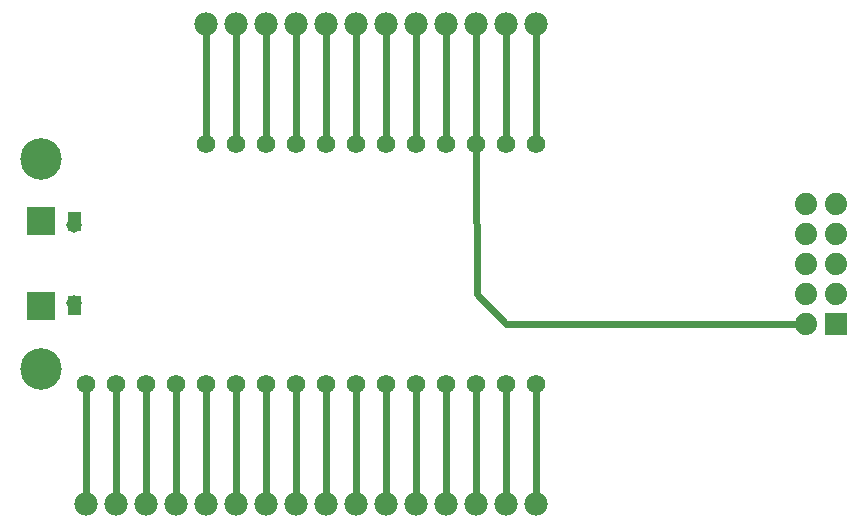
<source format=gtl>
G04 MADE WITH FRITZING*
G04 WWW.FRITZING.ORG*
G04 DOUBLE SIDED*
G04 HOLES PLATED*
G04 CONTOUR ON CENTER OF CONTOUR VECTOR*
%ASAXBY*%
%FSLAX23Y23*%
%MOIN*%
%OFA0B0*%
%SFA1.0B1.0*%
%ADD10C,0.138425*%
%ADD11C,0.095000*%
%ADD12C,0.051496*%
%ADD13C,0.062000*%
%ADD14C,0.074000*%
%ADD15C,0.078000*%
%ADD16R,0.095000X0.095000*%
%ADD17R,0.074000X0.074000*%
%ADD18C,0.024000*%
%ADD19R,0.001000X0.001000*%
%LNCOPPER1*%
G90*
G70*
G54D10*
X189Y600D03*
G54D11*
X189Y1092D03*
G54D12*
X299Y1080D03*
G54D13*
X1839Y550D03*
X1739Y550D03*
X1639Y550D03*
X1539Y550D03*
X1439Y550D03*
X1339Y550D03*
X1239Y550D03*
X1139Y550D03*
X1039Y550D03*
G54D10*
X189Y1300D03*
G54D13*
X939Y550D03*
X839Y550D03*
X739Y550D03*
X639Y550D03*
X539Y550D03*
X439Y550D03*
X339Y550D03*
X739Y1350D03*
X839Y1350D03*
X939Y1350D03*
X1039Y1350D03*
X1139Y1350D03*
X1239Y1350D03*
X1339Y1350D03*
X1439Y1350D03*
X1539Y1350D03*
X1639Y1350D03*
X1739Y1350D03*
X1839Y1350D03*
G54D12*
X299Y820D03*
G54D11*
X189Y809D03*
G54D14*
X2739Y750D03*
X2739Y850D03*
X2739Y950D03*
X2739Y1050D03*
X2739Y1150D03*
X2839Y750D03*
X2839Y850D03*
X2839Y950D03*
X2839Y1050D03*
X2839Y1150D03*
G54D15*
X1839Y1750D03*
X1739Y1750D03*
X1639Y1750D03*
X1539Y1750D03*
X1439Y1750D03*
X1339Y1750D03*
X1239Y1750D03*
X1139Y1750D03*
X1039Y1750D03*
X939Y1750D03*
X839Y1750D03*
X739Y1750D03*
X1839Y150D03*
X1739Y150D03*
X1639Y150D03*
X1539Y150D03*
X1439Y150D03*
X1339Y150D03*
X1239Y150D03*
X1139Y150D03*
X1039Y150D03*
X939Y150D03*
X839Y150D03*
X739Y150D03*
X639Y150D03*
X539Y150D03*
X439Y150D03*
X339Y150D03*
G54D16*
X189Y1092D03*
X189Y809D03*
G54D17*
X2839Y750D03*
G54D18*
X1639Y1322D02*
X1640Y849D01*
D02*
X1640Y849D02*
X1739Y750D01*
D02*
X1739Y750D02*
X2639Y750D01*
D02*
X2639Y750D02*
X2708Y750D01*
D02*
X739Y1379D02*
X739Y1720D01*
D02*
X839Y1379D02*
X839Y1720D01*
D02*
X939Y1379D02*
X939Y1720D01*
D02*
X1039Y1379D02*
X1039Y1720D01*
D02*
X1139Y1379D02*
X1139Y1720D01*
D02*
X1239Y1379D02*
X1239Y1720D01*
D02*
X1339Y1379D02*
X1339Y1720D01*
D02*
X1439Y1379D02*
X1439Y1720D01*
D02*
X1539Y1379D02*
X1539Y1720D01*
D02*
X1639Y1379D02*
X1639Y1720D01*
D02*
X1739Y1379D02*
X1739Y1720D01*
D02*
X1839Y1379D02*
X1839Y1720D01*
D02*
X1839Y181D02*
X1839Y522D01*
D02*
X339Y181D02*
X339Y522D01*
D02*
X439Y181D02*
X439Y522D01*
D02*
X539Y181D02*
X539Y522D01*
D02*
X639Y181D02*
X639Y522D01*
D02*
X739Y181D02*
X739Y522D01*
D02*
X839Y181D02*
X839Y522D01*
D02*
X939Y181D02*
X939Y522D01*
D02*
X1039Y181D02*
X1039Y522D01*
D02*
X1139Y181D02*
X1139Y522D01*
D02*
X1239Y181D02*
X1239Y522D01*
D02*
X1339Y181D02*
X1339Y522D01*
D02*
X1439Y181D02*
X1439Y522D01*
D02*
X1539Y181D02*
X1539Y522D01*
D02*
X1639Y181D02*
X1639Y522D01*
D02*
X1739Y181D02*
X1739Y522D01*
G54D19*
X279Y1122D02*
X319Y1122D01*
X279Y1121D02*
X319Y1121D01*
X279Y1120D02*
X319Y1120D01*
X279Y1119D02*
X319Y1119D01*
X279Y1118D02*
X319Y1118D01*
X279Y1117D02*
X319Y1117D01*
X279Y1116D02*
X319Y1116D01*
X279Y1115D02*
X319Y1115D01*
X279Y1114D02*
X319Y1114D01*
X279Y1113D02*
X319Y1113D01*
X279Y1112D02*
X319Y1112D01*
X279Y1111D02*
X319Y1111D01*
X279Y1110D02*
X319Y1110D01*
X279Y1109D02*
X319Y1109D01*
X279Y1108D02*
X319Y1108D01*
X279Y1107D02*
X319Y1107D01*
X279Y1106D02*
X319Y1106D01*
X279Y1105D02*
X319Y1105D01*
X279Y1104D02*
X319Y1104D01*
X279Y1103D02*
X319Y1103D01*
X279Y1102D02*
X319Y1102D01*
X279Y1101D02*
X294Y1101D01*
X304Y1101D02*
X319Y1101D01*
X279Y1100D02*
X291Y1100D01*
X307Y1100D02*
X319Y1100D01*
X279Y1099D02*
X289Y1099D01*
X309Y1099D02*
X319Y1099D01*
X279Y1098D02*
X287Y1098D01*
X311Y1098D02*
X319Y1098D01*
X279Y1097D02*
X285Y1097D01*
X312Y1097D02*
X319Y1097D01*
X279Y1096D02*
X284Y1096D01*
X313Y1096D02*
X319Y1096D01*
X279Y1095D02*
X283Y1095D01*
X314Y1095D02*
X319Y1095D01*
X279Y1094D02*
X282Y1094D01*
X315Y1094D02*
X319Y1094D01*
X279Y1093D02*
X282Y1093D01*
X316Y1093D02*
X319Y1093D01*
X279Y1092D02*
X281Y1092D01*
X317Y1092D02*
X319Y1092D01*
X279Y1091D02*
X280Y1091D01*
X317Y1091D02*
X319Y1091D01*
X279Y1090D02*
X280Y1090D01*
X318Y1090D02*
X319Y1090D01*
X279Y1089D02*
X279Y1089D01*
X318Y1089D02*
X319Y1089D01*
X279Y1088D02*
X279Y1088D01*
X319Y1088D02*
X319Y1088D01*
X279Y1087D02*
X279Y1087D01*
X319Y1087D02*
X319Y1087D01*
X319Y1086D02*
X319Y1086D01*
X319Y1076D02*
X319Y1076D01*
X319Y1075D02*
X319Y1075D01*
X279Y1074D02*
X279Y1074D01*
X319Y1074D02*
X319Y1074D01*
X279Y1073D02*
X279Y1073D01*
X318Y1073D02*
X319Y1073D01*
X279Y1072D02*
X280Y1072D01*
X318Y1072D02*
X319Y1072D01*
X279Y1071D02*
X280Y1071D01*
X317Y1071D02*
X319Y1071D01*
X279Y1070D02*
X281Y1070D01*
X317Y1070D02*
X319Y1070D01*
X279Y1069D02*
X281Y1069D01*
X316Y1069D02*
X319Y1069D01*
X279Y1068D02*
X282Y1068D01*
X316Y1068D02*
X319Y1068D01*
X279Y1067D02*
X283Y1067D01*
X315Y1067D02*
X319Y1067D01*
X279Y1066D02*
X284Y1066D01*
X314Y1066D02*
X319Y1066D01*
X279Y1065D02*
X285Y1065D01*
X313Y1065D02*
X319Y1065D01*
X279Y1064D02*
X286Y1064D01*
X311Y1064D02*
X319Y1064D01*
X279Y1063D02*
X288Y1063D01*
X310Y1063D02*
X319Y1063D01*
X279Y1062D02*
X290Y1062D01*
X308Y1062D02*
X319Y1062D01*
X279Y1061D02*
X292Y1061D01*
X305Y1061D02*
X319Y1061D01*
X279Y841D02*
X293Y841D01*
X304Y841D02*
X319Y841D01*
X279Y840D02*
X290Y840D01*
X307Y840D02*
X319Y840D01*
X279Y839D02*
X288Y839D01*
X309Y839D02*
X319Y839D01*
X279Y838D02*
X287Y838D01*
X311Y838D02*
X319Y838D01*
X279Y837D02*
X285Y837D01*
X312Y837D02*
X319Y837D01*
X279Y836D02*
X284Y836D01*
X314Y836D02*
X319Y836D01*
X279Y835D02*
X283Y835D01*
X314Y835D02*
X319Y835D01*
X279Y834D02*
X282Y834D01*
X315Y834D02*
X319Y834D01*
X279Y833D02*
X281Y833D01*
X316Y833D02*
X319Y833D01*
X279Y832D02*
X281Y832D01*
X317Y832D02*
X319Y832D01*
X279Y831D02*
X280Y831D01*
X317Y831D02*
X319Y831D01*
X279Y830D02*
X280Y830D01*
X318Y830D02*
X319Y830D01*
X279Y829D02*
X279Y829D01*
X318Y829D02*
X319Y829D01*
X279Y828D02*
X279Y828D01*
X319Y828D02*
X319Y828D01*
X279Y827D02*
X279Y827D01*
X319Y827D02*
X319Y827D01*
X319Y826D02*
X319Y826D01*
X319Y816D02*
X319Y816D01*
X279Y815D02*
X279Y815D01*
X319Y815D02*
X319Y815D01*
X279Y814D02*
X279Y814D01*
X319Y814D02*
X319Y814D01*
X279Y813D02*
X279Y813D01*
X318Y813D02*
X319Y813D01*
X279Y812D02*
X280Y812D01*
X318Y812D02*
X319Y812D01*
X279Y811D02*
X280Y811D01*
X317Y811D02*
X319Y811D01*
X279Y810D02*
X281Y810D01*
X317Y810D02*
X319Y810D01*
X279Y809D02*
X281Y809D01*
X316Y809D02*
X319Y809D01*
X279Y808D02*
X282Y808D01*
X315Y808D02*
X319Y808D01*
X279Y807D02*
X283Y807D01*
X315Y807D02*
X319Y807D01*
X279Y806D02*
X284Y806D01*
X314Y806D02*
X319Y806D01*
X279Y805D02*
X285Y805D01*
X312Y805D02*
X319Y805D01*
X279Y804D02*
X286Y804D01*
X311Y804D02*
X319Y804D01*
X279Y803D02*
X288Y803D01*
X310Y803D02*
X319Y803D01*
X279Y802D02*
X290Y802D01*
X308Y802D02*
X319Y802D01*
X279Y801D02*
X293Y801D01*
X305Y801D02*
X319Y801D01*
X279Y800D02*
X319Y800D01*
X279Y799D02*
X319Y799D01*
X279Y798D02*
X319Y798D01*
X279Y797D02*
X319Y797D01*
X279Y796D02*
X319Y796D01*
X279Y795D02*
X319Y795D01*
X279Y794D02*
X319Y794D01*
X279Y793D02*
X319Y793D01*
X279Y792D02*
X319Y792D01*
X279Y791D02*
X319Y791D01*
X279Y790D02*
X319Y790D01*
X279Y789D02*
X319Y789D01*
X279Y788D02*
X319Y788D01*
X279Y787D02*
X319Y787D01*
X279Y786D02*
X319Y786D01*
X279Y785D02*
X319Y785D01*
X279Y784D02*
X319Y784D01*
X279Y783D02*
X319Y783D01*
X279Y782D02*
X319Y782D01*
X279Y781D02*
X319Y781D01*
X279Y780D02*
X319Y780D01*
D02*
G04 End of Copper1*
M02*
</source>
